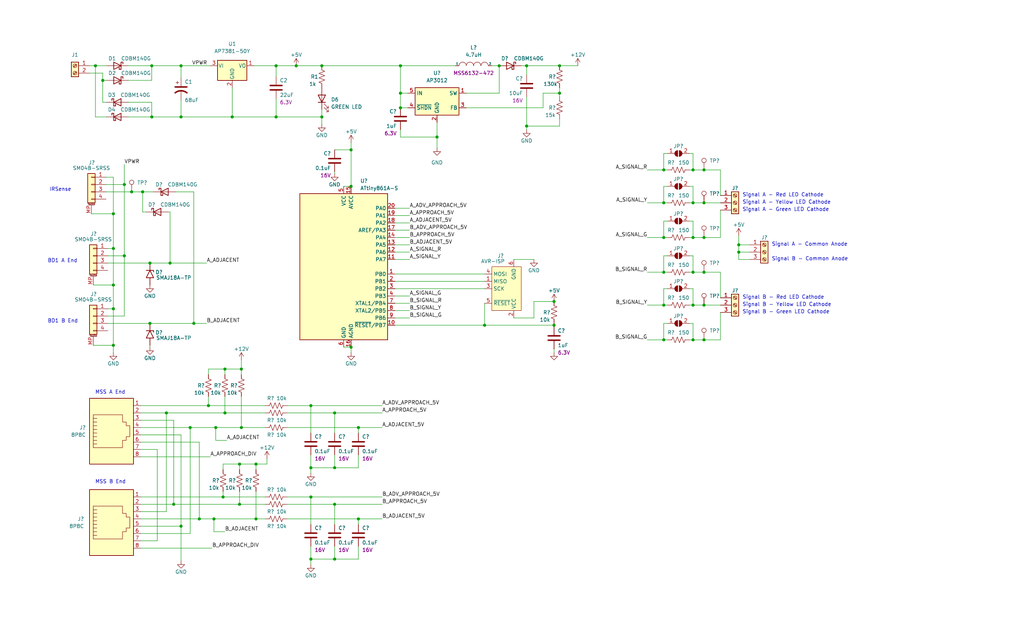
<source format=kicad_sch>
(kicad_sch (version 20211123) (generator eeschema)
  (paper "USLegal")
  (title_block (title "MSS Cascade Basic v1.0") (company "Iowa Scaled Engineering"))
  (lib_symbols
    (symbol "Connector:8P8C" (pin_names (offset 1.016))
      (property "Reference" "J" (at -5.08 13.97 0))
      (property "Value" "8P8C" (at 2.54 13.97 0))
      (symbol "8P8C_1_1"
        (pin passive line (at 10.16 -7.62 180) (length 2.54) (name "~") (number "1"))
        (pin passive line (at 10.16 -5.08 180) (length 2.54) (name "~") (number "2"))
        (pin passive line (at 10.16 -2.54 180) (length 2.54) (name "~") (number "3"))
        (pin passive line (at 10.16 0 180) (length 2.54) (name "~") (number "4"))
        (pin passive line (at 10.16 2.54 180) (length 2.54) (name "~") (number "5"))
        (pin passive line (at 10.16 5.08 180) (length 2.54) (name "~") (number "6"))
        (pin passive line (at 10.16 7.62 180) (length 2.54) (name "~") (number "7"))
        (pin passive line (at 10.16 10.16 180) (length 2.54) (name "~") (number "8"))
      )
    )
    (symbol "Connector:Screw_Terminal_01x02" (pin_names (offset 1.016) hide)
      (property "Reference" "J" (at 0 2.54 0))
      (property "Value" "Screw_Terminal_01x02" (at 0 -5.08 0))
      (symbol "Screw_Terminal_01x02_1_1"
        (pin passive line (at -5.08 0 0) (length 3.81) (name "Pin_1") (number "1"))
        (pin passive line (at -5.08 -2.54 0) (length 3.81) (name "Pin_2") (number "2"))
      )
    )
    (symbol "Connector:Screw_Terminal_01x03" (pin_names (offset 1.016) hide)
      (property "Reference" "J" (at 0 5.08 0))
      (property "Value" "Screw_Terminal_01x03" (at 0 -5.08 0))
      (symbol "Screw_Terminal_01x03_1_1"
        (pin passive line (at -5.08 2.54 0) (length 3.81) (name "Pin_1") (number "1"))
        (pin passive line (at -5.08 0 0) (length 3.81) (name "Pin_2") (number "2"))
        (pin passive line (at -5.08 -2.54 0) (length 3.81) (name "Pin_3") (number "3"))
      )
    )
    (symbol "Connector:TestPoint" (pin_numbers hide) (pin_names (offset 0.762) hide)
      (property "Reference" "TP" (at 0 6.858 0))
      (property "Value" "TestPoint" (at 0 5.08 0))
      (symbol "TestPoint_1_1"
        (pin passive line (at 0 0 90) (length 2.54) (name "1") (number "1"))
      )
    )
    (symbol "Connector_Generic_MountingPin:Conn_01x04_MountingPin" (pin_names (offset 1.016) hide)
      (property "Reference" "J" (at 0 5.08 0))
      (property "Value" "Conn_01x04_MountingPin" (at 1.27 -7.62 0))
      (symbol "Conn_01x04_MountingPin_1_1"
        (text "Mounting" (at 0 -6.731 0) (effects (font (size 0.381 0.381))))
        (pin passive line (at -5.08 2.54 0) (length 3.81) (name "Pin_1") (number "1"))
        (pin passive line (at -5.08 0 0) (length 3.81) (name "Pin_2") (number "2"))
        (pin passive line (at -5.08 -2.54 0) (length 3.81) (name "Pin_3") (number "3"))
        (pin passive line (at -5.08 -5.08 0) (length 3.81) (name "Pin_4") (number "4"))
        (pin passive line (at 0 -10.16 90) (length 3.048) (name "MountPin") (number "MP"))
      )
    )
    (symbol "Device:C" (pin_numbers hide) (pin_names (offset 0.254))
      (property "Reference" "C" (at 0.635 2.54 0))
      (property "Value" "C" (at 0.635 -2.54 0))
      (symbol "C_1_1"
        (pin passive line (at 0 3.81 270) (length 2.794) (name "~") (number "1"))
        (pin passive line (at 0 -3.81 90) (length 2.794) (name "~") (number "2"))
      )
    )
    (symbol "Device:C_Polarized_US" (pin_numbers hide) (pin_names (offset 0.254) hide)
      (property "Reference" "C" (at 0.635 2.54 0))
      (property "Value" "C_Polarized_US" (at 0.635 -2.54 0))
      (symbol "C_Polarized_US_1_1"
        (pin passive line (at 0 3.81 270) (length 2.794) (name "~") (number "1"))
        (pin passive line (at 0 -3.81 90) (length 3.302) (name "~") (number "2"))
      )
    )
    (symbol "Device:D_Schottky" (pin_numbers hide) (pin_names (offset 1.016) hide)
      (property "Reference" "D" (at 0 2.54 0))
      (property "Value" "D_Schottky" (at 0 -2.54 0))
      (symbol "D_Schottky_1_1"
        (pin passive line (at -3.81 0 0) (length 2.54) (name "K") (number "1"))
        (pin passive line (at 3.81 0 180) (length 2.54) (name "A") (number "2"))
      )
    )
    (symbol "Device:LED" (pin_numbers hide) (pin_names (offset 1.016) hide)
      (property "Reference" "D" (at 0 2.54 0))
      (property "Value" "LED" (at 0 -2.54 0))
      (symbol "LED_1_1"
        (pin passive line (at -3.81 0 0) (length 2.54) (name "K") (number "1"))
        (pin passive line (at 3.81 0 180) (length 2.54) (name "A") (number "2"))
      )
    )
    (symbol "Device:R_US" (pin_numbers hide) (pin_names (offset 0))
      (property "Reference" "R" (at 2.54 0 90))
      (property "Value" "R_US" (at -2.54 0 90))
      (symbol "R_US_1_1"
        (pin passive line (at 0 3.81 270) (length 1.27) (name "~") (number "1"))
        (pin passive line (at 0 -3.81 90) (length 1.27) (name "~") (number "2"))
      )
    )
    (symbol "Diode:SM6T75A" (pin_numbers hide) (pin_names (offset 1.016) hide)
      (property "Reference" "D" (at 0 2.54 0))
      (property "Value" "SM6T75A" (at 0 -2.54 0))
      (symbol "SM6T75A_1_1"
        (pin passive line (at -3.81 0 0) (length 2.54) (name "A1") (number "1"))
        (pin passive line (at 3.81 0 180) (length 2.54) (name "A2") (number "2"))
      )
    )
    (symbol "ISE_Generic:Conn_AVR_TagConnect_TC2030" (in_bom no)
      (property "Reference" "J" (at 2.54 11.43 0))
      (property "Value" "Conn_AVR_TagConnect_TC2030" (at 5.08 8.89 0))
      (symbol "Conn_AVR_TagConnect_TC2030_0_0"
        (pin output line (at 7.62 -2.54 180) (length 2.54) (name "MISO") (number "1"))
        (pin power_in line (at -2.54 10.16 270) (length 2.54) (name "VCC") (number "2"))
        (pin input line (at 7.62 0 180) (length 2.54) (name "SCK") (number "3"))
        (pin input line (at 7.62 -5.08 180) (length 2.54) (name "MOSI") (number "4"))
        (pin open_collector line (at 7.62 5.08 180) (length 2.54) (name "~{RESET}") (number "5"))
        (pin power_in line (at -2.54 -10.16 90) (length 2.54) (name "GND") (number "6"))
      )
    )
    (symbol "Jumper:SolderJumper_2_Open" (pin_names (offset 0) hide)
      (property "Reference" "JP" (at 0 2.032 0))
      (property "Value" "SolderJumper_2_Open" (at 0 -2.54 0))
      (symbol "SolderJumper_2_Open_1_1"
        (pin passive line (at -3.81 0 0) (length 2.54) (name "A") (number "1"))
        (pin passive line (at 3.81 0 180) (length 2.54) (name "B") (number "2"))
      )
    )
    (symbol "MCU_Microchip_ATtiny:ATtiny861A-S"
      (property "Reference" "U" (at -15.24 26.67 0))
      (property "Value" "ATtiny861A-S" (at 5.08 -26.67 0))
      (symbol "ATtiny861A-S_1_1"
        (pin bidirectional line (at 17.78 -2.54 180) (length 2.54) (name "PB0") (number "1"))
        (pin bidirectional line (at 17.78 -20.32 180) (length 2.54) (name "~{RESET}/PB7") (number "10"))
        (pin bidirectional line (at 17.78 2.54 180) (length 2.54) (name "PA7") (number "11"))
        (pin bidirectional line (at 17.78 5.08 180) (length 2.54) (name "PA6") (number "12"))
        (pin bidirectional line (at 17.78 7.62 180) (length 2.54) (name "PA5") (number "13"))
        (pin bidirectional line (at 17.78 10.16 180) (length 2.54) (name "PA4") (number "14"))
        (pin power_in line (at 2.54 27.94 270) (length 2.54) (name "AVCC") (number "15"))
        (pin power_in line (at 2.54 -27.94 90) (length 2.54) (name "AGND") (number "16"))
        (pin bidirectional line (at 17.78 12.7 180) (length 2.54) (name "AREF/PA3") (number "17"))
        (pin bidirectional line (at 17.78 15.24 180) (length 2.54) (name "PA2") (number "18"))
        (pin bidirectional line (at 17.78 17.78 180) (length 2.54) (name "PA1") (number "19"))
        (pin bidirectional line (at 17.78 -5.08 180) (length 2.54) (name "PB1") (number "2"))
        (pin bidirectional line (at 17.78 20.32 180) (length 2.54) (name "PA0") (number "20"))
        (pin bidirectional line (at 17.78 -7.62 180) (length 2.54) (name "PB2") (number "3"))
        (pin bidirectional line (at 17.78 -10.16 180) (length 2.54) (name "PB3") (number "4"))
        (pin power_in line (at 0 27.94 270) (length 2.54) (name "VCC") (number "5"))
        (pin power_in line (at 0 -27.94 90) (length 2.54) (name "GND") (number "6"))
        (pin bidirectional line (at 17.78 -12.7 180) (length 2.54) (name "XTAL1/PB4") (number "7"))
        (pin bidirectional line (at 17.78 -15.24 180) (length 2.54) (name "XTAL2/PB5") (number "8"))
        (pin bidirectional line (at 17.78 -17.78 180) (length 2.54) (name "PB6") (number "9"))
      )
    )
    (symbol "Mechanical:MountingHole_Pad" (pin_numbers hide) (pin_names (offset 1.016) hide)
      (property "Reference" "H" (at 0 6.35 0))
      (property "Value" "MountingHole_Pad" (at 0 4.445 0))
      (symbol "MountingHole_Pad_1_1"
        (pin input line (at 0 -2.54 90) (length 2.54) (name "1") (number "1"))
      )
    )
    (symbol "Regulator_Linear:AP7384-33Y" (pin_names (offset 0.254))
      (property "Reference" "U" (at -3.81 3.175 0))
      (property "Value" "AP7384-33Y" (at 0 3.175 0))
      (symbol "AP7384-33Y_1_1"
        (pin power_out line (at 7.62 0 180) (length 2.54) (name "VO") (number "1"))
        (pin power_in line (at 0 -7.62 90) (length 2.54) (name "GND") (number "2"))
        (pin power_in line (at -7.62 0 0) (length 2.54) (name "VI") (number "3"))
      )
    )
    (symbol "Regulator_Switching:AP3012"
      (property "Reference" "U" (at -7.62 5.715 0))
      (property "Value" "AP3012" (at 0 5.715 0))
      (symbol "AP3012_1_1"
        (pin passive line (at 10.16 2.54 180) (length 2.54) (name "SW") (number "1"))
        (pin power_in line (at 0 -7.62 90) (length 2.54) (name "GND") (number "2"))
        (pin input line (at 10.16 -2.54 180) (length 2.54) (name "FB") (number "3"))
        (pin input line (at -10.16 -2.54 0) (length 2.54) (name "~{SHDN}") (number "4"))
        (pin power_in line (at -10.16 2.54 0) (length 2.54) (name "IN") (number "5"))
      )
    )
    (symbol "power:+12V" (power) (pin_names (offset 0))
      (property "Value" "+12V" (at 0 3.556 0))
      (symbol "+12V_1_1"
        (pin power_in line (at 0 0 90) (length 0) hide (name "+12V") (number "1"))
      )
    )
    (symbol "power:+5V" (power) (pin_names (offset 0))
      (property "Value" "+5V" (at 0 3.556 0))
      (symbol "+5V_1_1"
        (pin power_in line (at 0 0 90) (length 0) hide (name "+5V") (number "1"))
      )
    )
    (symbol "power:GND" (power) (pin_names (offset 0))
      (property "Value" "GND" (at 0 -3.81 0))
      (symbol "GND_1_1"
        (pin power_in line (at 0 0 270) (length 0) hide (name "GND") (number "1"))
      )
    )
    (symbol "pspice:INDUCTOR" (pin_numbers hide) (pin_names (offset 0))
      (property "Reference" "L" (at 0 2.54 0))
      (property "Value" "INDUCTOR" (at 0 -1.27 0))
      (symbol "INDUCTOR_1_1"
        (pin input line (at -6.35 0 0) (length 1.27) (name "1") (number "1"))
        (pin input line (at 6.35 0 180) (length 1.27) (name "2") (number "2"))
      )
    )
  )
  (junction (at 192.405 104.775))
  (junction (at 52.07 112.395))
  (junction (at 244.475 94.615))
  (junction (at 62.865 182.88))
  (junction (at 121.92 52.07))
  (junction (at 66.04 148.59))
  (junction (at 57.785 143.51))
  (junction (at 116.205 194.31))
  (junction (at 59.055 91.44))
  (junction (at 107.95 194.31))
  (junction (at 256.54 85.09))
  (junction (at 240.665 82.55))
  (junction (at 124.46 148.59))
  (junction (at 107.95 162.56))
  (junction (at 52.705 22.86))
  (junction (at 45.72 66.675))
  (junction (at 62.865 22.86))
  (junction (at 230.505 106.045))
  (junction (at 121.92 64.77))
  (junction (at 244.475 70.485))
  (junction (at 240.665 59.055))
  (junction (at 35.687 27.94))
  (junction (at 168.275 113.03))
  (junction (at 116.205 175.26))
  (junction (at 78.105 143.51))
  (junction (at 52.705 40.64))
  (junction (at 33.147 22.86))
  (junction (at 69.215 180.34))
  (junction (at 256.54 87.63))
  (junction (at 194.31 32.385))
  (junction (at 88.9 161.29))
  (junction (at 83.185 175.26))
  (junction (at 124.46 180.34))
  (junction (at 192.405 113.03))
  (junction (at 244.475 82.55))
  (junction (at 139.065 32.385))
  (junction (at 80.645 40.64))
  (junction (at 72.39 140.97))
  (junction (at 121.92 120.65))
  (junction (at 67.31 112.395))
  (junction (at 244.475 106.045))
  (junction (at 39.37 120.015))
  (junction (at 240.665 106.045))
  (junction (at 182.88 43.815))
  (junction (at 240.665 70.485))
  (junction (at 116.205 162.56))
  (junction (at 230.505 118.11))
  (junction (at 39.37 86.36))
  (junction (at 74.295 180.34))
  (junction (at 60.325 175.26))
  (junction (at 230.505 59.055))
  (junction (at 62.865 40.64))
  (junction (at 182.88 22.86))
  (junction (at 230.505 94.615))
  (junction (at 52.07 91.44))
  (junction (at 39.37 99.06))
  (junction (at 230.505 82.55))
  (junction (at 77.47 172.72))
  (junction (at 43.18 88.9))
  (junction (at 111.76 22.86))
  (junction (at 194.31 22.86))
  (junction (at 116.205 143.51))
  (junction (at 39.37 107.315))
  (junction (at 107.95 140.97))
  (junction (at 151.765 47.625))
  (junction (at 43.18 64.135))
  (junction (at 240.665 94.615))
  (junction (at 39.37 74.295))
  (junction (at 95.885 40.64))
  (junction (at 83.82 128.27))
  (junction (at 83.185 161.29))
  (junction (at 139.065 37.465))
  (junction (at 244.475 118.11))
  (junction (at 244.475 59.055))
  (junction (at 49.53 66.675))
  (junction (at 95.885 22.86))
  (junction (at 83.82 148.59))
  (junction (at 78.105 128.27))
  (junction (at 111.76 40.64))
  (junction (at 88.9 180.34))
  (junction (at 107.95 172.72))
  (junction (at 139.065 22.86))
  (junction (at 240.665 118.11))
  (junction (at 230.505 70.485))
  (junction (at 173.355 22.86))
  (junction (at 74.93 148.59))
  (junction (at 102.87 22.86))
  (wire (pts (xy 49.53 73.66) (xy 49.53 66.675)))
  (wire (pts (xy 240.665 100.33) (xy 240.665 106.045)))
  (wire (pts (xy 107.95 196.215) (xy 107.95 194.31)))
  (wire (pts (xy 88.265 22.86) (xy 95.885 22.86)))
  (wire (pts (xy 32.385 120.015) (xy 39.37 120.015)))
  (wire (pts (xy 83.82 128.27) (xy 83.82 130.175)))
  (wire (pts (xy 39.37 86.36) (xy 39.37 99.06)))
  (wire (pts (xy 185.42 104.775) (xy 192.405 104.775)))
  (wire (pts (xy 99.695 175.26) (xy 116.205 175.26)))
  (wire (pts (xy 137.16 82.55) (xy 142.24 82.55)))
  (wire (pts (xy 244.475 82.55) (xy 250.19 82.55)))
  (wire (pts (xy 139.065 22.86) (xy 139.065 32.385)))
  (wire (pts (xy 240.665 82.55) (xy 244.475 82.55)))
  (wire (pts (xy 80.645 40.64) (xy 95.885 40.64)))
  (wire (pts (xy 74.93 148.59) (xy 74.93 153.035)))
  (wire (pts (xy 52.07 91.44) (xy 59.055 91.44)))
  (wire (pts (xy 151.765 51.435) (xy 151.765 47.625)))
  (wire (pts (xy 77.47 161.29) (xy 77.47 163.195)))
  (wire (pts (xy 230.505 59.055) (xy 231.775 59.055)))
  (wire (pts (xy 66.04 185.42) (xy 66.04 148.59)))
  (wire (pts (xy 62.865 22.86) (xy 62.865 27.178)))
  (wire (pts (xy 83.82 137.795) (xy 83.82 148.59)))
  (wire (pts (xy 116.205 175.26) (xy 116.205 182.245)))
  (wire (pts (xy 230.505 53.34) (xy 230.505 59.055)))
  (wire (pts (xy 31.75 74.295) (xy 39.37 74.295)))
  (wire (pts (xy 137.16 110.49) (xy 142.24 110.49)))
  (wire (pts (xy 99.695 148.59) (xy 124.46 148.59)))
  (wire (pts (xy 35.687 35.56) (xy 35.687 27.94)))
  (wire (pts (xy 239.395 82.55) (xy 240.665 82.55)))
  (wire (pts (xy 62.865 182.88) (xy 48.895 182.88)))
  (wire (pts (xy 137.16 95.25) (xy 168.275 95.25)))
  (wire (pts (xy 121.92 122.555) (xy 121.92 120.65)))
  (wire (pts (xy 185.42 104.775) (xy 185.42 110.49)))
  (wire (pts (xy 107.95 172.72) (xy 132.715 172.72)))
  (wire (pts (xy 240.665 94.615) (xy 244.475 94.615)))
  (wire (pts (xy 32.385 99.06) (xy 39.37 99.06)))
  (wire (pts (xy 80.645 30.48) (xy 80.645 40.64)))
  (wire (pts (xy 124.46 194.31) (xy 124.46 189.865)))
  (wire (pts (xy 39.37 61.595) (xy 39.37 74.295)))
  (wire (pts (xy 48.895 140.97) (xy 72.39 140.97)))
  (wire (pts (xy 102.87 22.86) (xy 111.76 22.86)))
  (wire (pts (xy 50.8 73.66) (xy 49.53 73.66)))
  (wire (pts (xy 107.95 164.465) (xy 107.95 162.56)))
  (wire (pts (xy 240.665 76.835) (xy 240.665 82.55)))
  (wire (pts (xy 137.16 113.03) (xy 168.275 113.03)))
  (wire (pts (xy 74.93 148.59) (xy 83.82 148.59)))
  (wire (pts (xy 137.16 74.93) (xy 142.24 74.93)))
  (wire (pts (xy 62.865 151.13) (xy 62.865 182.88)))
  (wire (pts (xy 48.895 151.13) (xy 62.865 151.13)))
  (wire (pts (xy 256.54 85.09) (xy 256.54 87.63)))
  (wire (pts (xy 39.37 107.315) (xy 39.37 120.015)))
  (wire (pts (xy 39.37 61.595) (xy 36.83 61.595)))
  (wire (pts (xy 240.665 118.11) (xy 244.475 118.11)))
  (wire (pts (xy 35.687 25.4) (xy 31.115 25.4)))
  (wire (pts (xy 239.395 76.835) (xy 240.665 76.835)))
  (wire (pts (xy 161.925 37.465) (xy 188.595 37.465)))
  (wire (pts (xy 116.205 189.865) (xy 116.205 194.31)))
  (wire (pts (xy 99.695 180.34) (xy 124.46 180.34)))
  (wire (pts (xy 31.115 22.86) (xy 33.147 22.86)))
  (wire (pts (xy 137.16 72.39) (xy 142.24 72.39)))
  (wire (pts (xy 37.465 112.395) (xy 52.07 112.395)))
  (wire (pts (xy 33.147 40.64) (xy 33.147 22.86)))
  (wire (pts (xy 52.705 22.86) (xy 62.865 22.86)))
  (wire (pts (xy 231.775 100.33) (xy 230.505 100.33)))
  (wire (pts (xy 224.79 118.11) (xy 230.505 118.11)))
  (wire (pts (xy 107.95 158.115) (xy 107.95 162.56)))
  (wire (pts (xy 230.505 82.55) (xy 231.775 82.55)))
  (wire (pts (xy 240.665 88.9) (xy 240.665 94.615)))
  (wire (pts (xy 43.18 88.9) (xy 43.18 64.135)))
  (wire (pts (xy 139.065 22.86) (xy 158.115 22.86)))
  (wire (pts (xy 74.295 180.34) (xy 88.9 180.34)))
  (wire (pts (xy 192.405 113.03) (xy 192.405 113.665)))
  (wire (pts (xy 44.577 40.64) (xy 52.705 40.64)))
  (wire (pts (xy 39.37 74.295) (xy 39.37 86.36)))
  (wire (pts (xy 137.16 85.09) (xy 142.24 85.09)))
  (wire (pts (xy 250.19 118.11) (xy 250.19 108.585)))
  (wire (pts (xy 48.895 148.59) (xy 66.04 148.59)))
  (wire (pts (xy 240.665 64.77) (xy 240.665 70.485)))
  (wire (pts (xy 239.395 59.055) (xy 240.665 59.055)))
  (wire (pts (xy 244.475 94.615) (xy 250.19 94.615)))
  (wire (pts (xy 256.54 87.63) (xy 260.35 87.63)))
  (wire (pts (xy 239.395 70.485) (xy 240.665 70.485)))
  (wire (pts (xy 240.665 53.34) (xy 240.665 59.055)))
  (wire (pts (xy 99.695 140.97) (xy 107.95 140.97)))
  (wire (pts (xy 60.96 66.675) (xy 67.31 66.675)))
  (wire (pts (xy 88.9 180.34) (xy 92.075 180.34)))
  (wire (pts (xy 39.37 99.06) (xy 39.37 107.315)))
  (wire (pts (xy 182.88 43.815) (xy 182.88 33.655)))
  (wire (pts (xy 173.355 32.385) (xy 173.355 22.86)))
  (wire (pts (xy 194.31 22.86) (xy 200.66 22.86)))
  (wire (pts (xy 121.92 52.07) (xy 116.205 52.07)))
  (wire (pts (xy 72.39 128.27) (xy 78.105 128.27)))
  (wire (pts (xy 244.475 70.485) (xy 250.19 70.485)))
  (wire (pts (xy 250.19 94.615) (xy 250.19 103.505)))
  (wire (pts (xy 88.9 161.29) (xy 88.9 163.195)))
  (wire (pts (xy 239.395 112.395) (xy 240.665 112.395)))
  (wire (pts (xy 116.205 194.31) (xy 124.46 194.31)))
  (wire (pts (xy 72.39 137.795) (xy 72.39 140.97)))
  (wire (pts (xy 137.16 107.95) (xy 142.24 107.95)))
  (wire (pts (xy 37.465 91.44) (xy 52.07 91.44)))
  (wire (pts (xy 111.76 40.64) (xy 111.76 38.1)))
  (wire (pts (xy 62.865 22.86) (xy 73.025 22.86)))
  (wire (pts (xy 194.31 32.385) (xy 194.31 33.655)))
  (wire (pts (xy 95.885 22.86) (xy 95.885 26.67)))
  (wire (pts (xy 107.95 172.72) (xy 107.95 182.245)))
  (wire (pts (xy 231.775 88.9) (xy 230.505 88.9)))
  (wire (pts (xy 77.47 172.72) (xy 92.075 172.72)))
  (wire (pts (xy 231.775 76.835) (xy 230.505 76.835)))
  (wire (pts (xy 111.76 22.86) (xy 139.065 22.86)))
  (wire (pts (xy 62.865 194.945) (xy 62.865 182.88)))
  (wire (pts (xy 239.395 118.11) (xy 240.665 118.11)))
  (wire (pts (xy 78.105 128.27) (xy 78.105 130.175)))
  (wire (pts (xy 48.895 175.26) (xy 60.325 175.26)))
  (wire (pts (xy 116.205 175.26) (xy 132.715 175.26)))
  (wire (pts (xy 194.31 41.275) (xy 194.31 43.815)))
  (wire (pts (xy 244.475 106.045) (xy 250.19 106.045)))
  (wire (pts (xy 137.16 105.41) (xy 142.24 105.41)))
  (wire (pts (xy 111.76 40.64) (xy 111.76 43.18)))
  (wire (pts (xy 44.577 22.86) (xy 52.705 22.86)))
  (wire (pts (xy 52.705 35.56) (xy 52.705 40.64)))
  (wire (pts (xy 52.705 40.64) (xy 62.865 40.64)))
  (wire (pts (xy 239.395 106.045) (xy 240.665 106.045)))
  (wire (pts (xy 182.88 26.035) (xy 182.88 22.86)))
  (wire (pts (xy 48.895 185.42) (xy 66.04 185.42)))
  (wire (pts (xy 43.18 64.135) (xy 36.83 64.135)))
  (wire (pts (xy 240.665 59.055) (xy 244.475 59.055)))
  (wire (pts (xy 52.07 112.395) (xy 67.31 112.395)))
  (wire (pts (xy 36.957 35.56) (xy 35.687 35.56)))
  (wire (pts (xy 48.895 146.05) (xy 60.325 146.05)))
  (wire (pts (xy 36.83 66.675) (xy 45.72 66.675)))
  (wire (pts (xy 137.16 102.87) (xy 142.24 102.87)))
  (wire (pts (xy 121.92 52.07) (xy 121.92 64.77)))
  (wire (pts (xy 240.665 112.395) (xy 240.665 118.11)))
  (wire (pts (xy 60.325 146.05) (xy 60.325 175.26)))
  (wire (pts (xy 137.16 80.01) (xy 142.24 80.01)))
  (wire (pts (xy 244.475 118.11) (xy 250.19 118.11)))
  (wire (pts (xy 256.54 85.09) (xy 260.35 85.09)))
  (wire (pts (xy 188.595 32.385) (xy 194.31 32.385)))
  (wire (pts (xy 83.82 125.095) (xy 83.82 128.27)))
  (wire (pts (xy 240.665 70.485) (xy 244.475 70.485)))
  (wire (pts (xy 230.505 88.9) (xy 230.505 94.615)))
  (wire (pts (xy 107.95 140.97) (xy 132.715 140.97)))
  (wire (pts (xy 48.895 143.51) (xy 57.785 143.51)))
  (wire (pts (xy 52.07 120.015) (xy 52.07 120.65)))
  (wire (pts (xy 92.71 161.29) (xy 88.9 161.29)))
  (wire (pts (xy 83.185 170.815) (xy 83.185 175.26)))
  (wire (pts (xy 57.785 143.51) (xy 78.105 143.51)))
  (wire (pts (xy 99.695 172.72) (xy 107.95 172.72)))
  (wire (pts (xy 78.105 137.795) (xy 78.105 143.51)))
  (wire (pts (xy 139.065 37.465) (xy 141.605 37.465)))
  (wire (pts (xy 250.19 82.55) (xy 250.19 73.025)))
  (wire (pts (xy 95.885 40.64) (xy 111.76 40.64)))
  (wire (pts (xy 88.9 170.815) (xy 88.9 180.34)))
  (wire (pts (xy 224.79 82.55) (xy 230.505 82.55)))
  (wire (pts (xy 72.39 140.97) (xy 92.075 140.97)))
  (wire (pts (xy 178.435 90.17) (xy 185.42 90.17)))
  (wire (pts (xy 231.775 64.77) (xy 230.505 64.77)))
  (wire (pts (xy 168.275 113.03) (xy 192.405 113.03)))
  (wire (pts (xy 74.93 153.035) (xy 78.74 153.035)))
  (wire (pts (xy 37.465 107.315) (xy 39.37 107.315)))
  (wire (pts (xy 37.465 109.855) (xy 43.18 109.855)))
  (wire (pts (xy 182.88 45.085) (xy 182.88 43.815)))
  (wire (pts (xy 49.53 66.675) (xy 53.34 66.675)))
  (wire (pts (xy 67.31 66.675) (xy 67.31 112.395)))
  (wire (pts (xy 230.505 76.835) (xy 230.505 82.55)))
  (wire (pts (xy 239.395 64.77) (xy 240.665 64.77)))
  (wire (pts (xy 250.19 59.055) (xy 250.19 67.945)))
  (wire (pts (xy 194.31 30.48) (xy 194.31 32.385)))
  (wire (pts (xy 161.925 32.385) (xy 173.355 32.385)))
  (wire (pts (xy 119.38 64.77) (xy 121.92 64.77)))
  (wire (pts (xy 69.215 180.34) (xy 74.295 180.34)))
  (wire (pts (xy 54.61 187.96) (xy 48.895 187.96)))
  (wire (pts (xy 99.695 143.51) (xy 116.205 143.51)))
  (wire (pts (xy 107.95 162.56) (xy 116.205 162.56)))
  (wire (pts (xy 116.205 143.51) (xy 132.715 143.51)))
  (wire (pts (xy 137.16 90.17) (xy 142.24 90.17)))
  (wire (pts (xy 139.065 47.625) (xy 151.765 47.625)))
  (wire (pts (xy 224.79 70.485) (xy 230.505 70.485)))
  (wire (pts (xy 78.105 128.27) (xy 83.82 128.27)))
  (wire (pts (xy 39.37 120.015) (xy 39.37 122.555)))
  (wire (pts (xy 124.46 148.59) (xy 124.46 150.495)))
  (wire (pts (xy 107.95 140.97) (xy 107.95 150.495)))
  (wire (pts (xy 137.16 87.63) (xy 142.24 87.63)))
  (wire (pts (xy 43.18 109.855) (xy 43.18 88.9)))
  (wire (pts (xy 59.055 73.66) (xy 59.055 91.44)))
  (wire (pts (xy 59.055 91.44) (xy 71.755 91.44)))
  (wire (pts (xy 92.71 159.385) (xy 92.71 161.29)))
  (wire (pts (xy 35.687 27.94) (xy 35.687 25.4)))
  (wire (pts (xy 230.505 100.33) (xy 230.505 106.045)))
  (wire (pts (xy 224.79 94.615) (xy 230.505 94.615)))
  (wire (pts (xy 244.475 59.055) (xy 250.19 59.055)))
  (wire (pts (xy 137.16 100.33) (xy 168.275 100.33)))
  (wire (pts (xy 137.16 77.47) (xy 142.24 77.47)))
  (wire (pts (xy 116.205 59.69) (xy 116.205 60.325)))
  (wire (pts (xy 137.16 97.79) (xy 168.275 97.79)))
  (wire (pts (xy 121.92 49.53) (xy 121.92 52.07)))
  (wire (pts (xy 173.355 22.86) (xy 170.815 22.86)))
  (wire (pts (xy 185.42 110.49) (xy 178.435 110.49)))
  (wire (pts (xy 83.185 175.26) (xy 92.075 175.26)))
  (wire (pts (xy 77.47 170.815) (xy 77.47 172.72)))
  (wire (pts (xy 62.865 34.798) (xy 62.865 40.64)))
  (wire (pts (xy 231.775 53.34) (xy 230.505 53.34)))
  (wire (pts (xy 72.39 128.27) (xy 72.39 130.175)))
  (wire (pts (xy 124.46 148.59) (xy 132.715 148.59)))
  (wire (pts (xy 95.885 22.86) (xy 102.87 22.86)))
  (wire (pts (xy 58.42 73.66) (xy 59.055 73.66)))
  (wire (pts (xy 231.775 112.395) (xy 230.505 112.395)))
  (wire (pts (xy 194.31 43.815) (xy 182.88 43.815)))
  (wire (pts (xy 45.72 66.675) (xy 49.53 66.675)))
  (wire (pts (xy 192.405 112.395) (xy 192.405 113.03)))
  (wire (pts (xy 239.395 88.9) (xy 240.665 88.9)))
  (wire (pts (xy 224.79 106.045) (xy 230.505 106.045)))
  (wire (pts (xy 230.505 112.395) (xy 230.505 118.11)))
  (wire (pts (xy 139.065 32.385) (xy 141.605 32.385)))
  (wire (pts (xy 74.295 184.785) (xy 78.105 184.785)))
  (wire (pts (xy 119.38 120.65) (xy 121.92 120.65)))
  (wire (pts (xy 62.865 40.64) (xy 80.645 40.64)))
  (wire (pts (xy 83.185 161.29) (xy 83.185 163.195)))
  (wire (pts (xy 256.54 81.915) (xy 256.54 85.09)))
  (wire (pts (xy 77.47 161.29) (xy 83.185 161.29)))
  (wire (pts (xy 230.505 64.77) (xy 230.505 70.485)))
  (wire (pts (xy 239.395 94.615) (xy 240.665 94.615)))
  (wire (pts (xy 48.895 172.72) (xy 77.47 172.72)))
  (wire (pts (xy 116.205 162.56) (xy 124.46 162.56)))
  (wire (pts (xy 74.295 180.34) (xy 74.295 184.785)))
  (wire (pts (xy 83.82 148.59) (xy 92.075 148.59)))
  (wire (pts (xy 182.88 22.86) (xy 194.31 22.86)))
  (wire (pts (xy 44.577 27.94) (xy 52.705 27.94)))
  (wire (pts (xy 230.505 106.045) (xy 231.775 106.045)))
  (wire (pts (xy 37.465 88.9) (xy 43.18 88.9)))
  (wire (pts (xy 66.04 148.59) (xy 74.93 148.59)))
  (wire (pts (xy 48.895 153.67) (xy 69.215 153.67)))
  (wire (pts (xy 48.895 180.34) (xy 69.215 180.34)))
  (wire (pts (xy 36.957 27.94) (xy 35.687 27.94)))
  (wire (pts (xy 230.505 94.615) (xy 231.775 94.615)))
  (wire (pts (xy 107.95 194.31) (xy 116.205 194.31)))
  (wire (pts (xy 60.325 175.26) (xy 83.185 175.26)))
  (wire (pts (xy 239.395 53.34) (xy 240.665 53.34)))
  (wire (pts (xy 192.405 122.555) (xy 192.405 121.285)))
  (wire (pts (xy 116.205 143.51) (xy 116.205 150.495)))
  (wire (pts (xy 44.577 35.56) (xy 52.705 35.56)))
  (wire (pts (xy 256.54 87.63) (xy 256.54 90.17)))
  (wire (pts (xy 33.147 22.86) (xy 36.957 22.86)))
  (wire (pts (xy 33.147 40.64) (xy 36.957 40.64)))
  (wire (pts (xy 230.505 118.11) (xy 231.775 118.11)))
  (wire (pts (xy 83.185 161.29) (xy 88.9 161.29)))
  (wire (pts (xy 180.975 22.86) (xy 182.88 22.86)))
  (wire (pts (xy 188.595 37.465) (xy 188.595 32.385)))
  (wire (pts (xy 256.54 90.17) (xy 260.35 90.17)))
  (wire (pts (xy 95.885 34.29) (xy 95.885 40.64)))
  (wire (pts (xy 139.065 45.085) (xy 139.065 47.625)))
  (wire (pts (xy 67.31 112.395) (xy 71.755 112.395)))
  (wire (pts (xy 116.205 158.115) (xy 116.205 162.56)))
  (wire (pts (xy 43.18 57.15) (xy 43.18 64.135)))
  (wire (pts (xy 224.79 59.055) (xy 230.505 59.055)))
  (wire (pts (xy 151.765 47.625) (xy 151.765 42.545)))
  (wire (pts (xy 48.895 158.75) (xy 73.025 158.75)))
  (wire (pts (xy 52.705 27.94) (xy 52.705 22.86)))
  (wire (pts (xy 78.105 143.51) (xy 92.075 143.51)))
  (wire (pts (xy 107.95 189.865) (xy 107.95 194.31)))
  (wire (pts (xy 124.46 162.56) (xy 124.46 158.115)))
  (wire (pts (xy 240.665 106.045) (xy 244.475 106.045)))
  (wire (pts (xy 124.46 180.34) (xy 132.715 180.34)))
  (wire (pts (xy 37.465 86.36) (xy 39.37 86.36)))
  (wire (pts (xy 48.895 156.21) (xy 54.61 156.21)))
  (wire (pts (xy 48.895 177.8) (xy 57.785 177.8)))
  (wire (pts (xy 168.275 113.03) (xy 168.275 105.41)))
  (wire (pts (xy 124.46 180.34) (xy 124.46 182.245)))
  (wire (pts (xy 57.785 143.51) (xy 57.785 177.8)))
  (wire (pts (xy 48.895 190.5) (xy 73.66 190.5)))
  (wire (pts (xy 230.505 70.485) (xy 231.775 70.485)))
  (wire (pts (xy 54.61 156.21) (xy 54.61 187.96)))
  (wire (pts (xy 139.065 37.465) (xy 139.065 32.385)))
  (wire (pts (xy 69.215 153.67) (xy 69.215 180.34)))
  (wire (pts (xy 239.395 100.33) (xy 240.665 100.33)))
  (text "IRSense" (at 17.145 66.675 0) (effects (font (size 1.27 1.27)) (justify left bottom)))
  (text "Signal A - Yellow LED Cathode" (at 257.81 71.12 0) (effects (font (size 1.27 1.27)) (justify left bottom)))
  (text "Signal A - Red LED Cathode" (at 257.81 68.58 0) (effects (font (size 1.27 1.27)) (justify left bottom)))
  (text "Signal A - Common Anode" (at 267.97 85.725 0) (effects (font (size 1.27 1.27)) (justify left bottom)))
  (text "Signal B - Red LED Cathode" (at 257.81 104.14 0) (effects (font (size 1.27 1.27)) (justify left bottom)))
  (text "Signal B - Green LED Cathode" (at 257.81 109.22 0) (effects (font (size 1.27 1.27)) (justify left bottom)))
  (text "MSS B End" (at 33.02 168.275 0) (effects (font (size 1.27 1.27)) (justify left bottom)))
  (text "Signal B - Common Anode" (at 267.97 90.805 0) (effects (font (size 1.27 1.27)) (justify left bottom)))
  (text "Signal B - Yellow LED Cathode" (at 257.81 106.68 0) (effects (font (size 1.27 1.27)) (justify left bottom)))
  (text "BD1 A End" (at 16.51 91.44 0) (effects (font (size 1.27 1.27)) (justify left bottom)))
  (text "BD1 B End" (at 16.51 112.395 0) (effects (font (size 1.27 1.27)) (justify left bottom)))
  (text "Signal A - Green LED Cathode" (at 257.81 73.66 0) (effects (font (size 1.27 1.27)) (justify left bottom)))
  (text "MSS A End" (at 33.02 137.16 0) (effects (font (size 1.27 1.27)) (justify left bottom)))
  (label "A_ADV_APPROACH_5V" (at 132.715 140.97 0))
  (label "A_APPROACH_5V" (at 132.715 143.51 0))
  (label "A_SIGNAL_R" (at 142.24 87.63 0))
  (label "B_APPROACH_DIV" (at 73.66 190.5 0))
  (label "A_ADV_APPROACH_5V" (at 142.24 72.39 0))
  (label "VPWR" (at 66.675 22.86 0))
  (label "B_SIGNAL_Y" (at 224.79 106.045 180))
  (label "A_ADJACENT" (at 78.74 153.035 0))
  (label "A_SIGNAL_R" (at 224.79 59.055 180))
  (label "A_SIGNAL_Y" (at 142.24 90.17 0))
  (label "B_SIGNAL_G" (at 224.79 118.11 180))
  (label "B_APPROACH_5V" (at 142.24 82.55 0))
  (label "B_ADJACENT" (at 71.755 112.395 0))
  (label "A_APPROACH_DIV" (at 73.025 158.75 0))
  (label "A_ADJACENT_5V" (at 142.24 77.47 0))
  (label "B_SIGNAL_R" (at 142.24 105.41 0))
  (label "A_APPROACH_5V" (at 142.24 74.93 0))
  (label "B_APPROACH_5V" (at 132.715 175.26 0))
  (label "B_ADV_APPROACH_5V" (at 132.715 172.72 0))
  (label "B_SIGNAL_G" (at 142.24 110.49 0))
  (label "B_ADV_APPROACH_5V" (at 142.24 80.01 0))
  (label "B_ADJACENT" (at 78.105 184.785 0))
  (label "VPWR" (at 43.18 57.15 0))
  (label "B_SIGNAL_R" (at 224.79 94.615 180))
  (label "B_SIGNAL_Y" (at 142.24 107.95 0))
  (label "B_ADJACENT_5V" (at 132.715 180.34 0))
  (label "A_ADJACENT_5V" (at 132.715 148.59 0))
  (label "A_SIGNAL_Y" (at 224.79 70.485 180))
  (label "A_SIGNAL_G" (at 142.24 102.87 0))
  (label "A_ADJACENT" (at 71.755 91.44 0))
  (label "A_SIGNAL_G" (at 224.79 82.55 180))
  (label "B_ADJACENT_5V" (at 142.24 85.09 0))
  (symbol (lib_id "power:+12V") (at 92.71 159.385 0) (unit 1)
    (property "Reference" "#PWR?" (effects hide))
    (property "Value" "+12V" (at 92.71 155.575 0))
  )
  (symbol (lib_id "power:+5V") (at 192.405 104.775 0) (unit 1)
    (property "Reference" "#PWR?" (effects hide))
    (property "Value" "+5V" (at 192.405 100.965 0))
  )
  (symbol (lib_id "Connector_Generic_MountingPin:Conn_01x04_MountingPin") (at 31.75 64.135 0) (mirror y) (unit 1)
    (property "Reference" "J?" (at 33.02 56.515 0) (effects (justify left)))
    (property "Value" "SM04B-SRSS" (at 31.75 58.42 0))
    (property "Footprint" "Connector_JST:JST_SH_SM04B-SRSS-TB_1x04-1MP_P1.00mm_Horizontal" (effects hide))
  )
  (symbol (lib_id "power:+5V") (at 256.54 81.915 0) (unit 1)
    (property "Reference" "#PWR?" (effects hide))
    (property "Value" "+5V" (at 256.54 78.105 0))
  )
  (symbol (lib_id "Device:D_Schottky") (at 40.767 40.64 0) (unit 1)
    (property "Reference" "D4" (at 40.132 38.1 0) (effects (justify right)))
    (property "Value" "CDBM140G" (at 52.197 38.1 0) (effects (justify right)))
    (property "Footprint" "Diode_SMD:D_SOD-123" (effects hide))
  )
  (symbol (lib_id "power:GND") (at 192.405 122.555 0) (unit 1)
    (property "Reference" "#PWR?" (effects hide))
    (property "Value" "GND" (effects hide))
  )
  (symbol (lib_id "power:GND") (at 52.07 120.65 0) (unit 1)
    (property "Reference" "#PWR?" (effects hide))
    (property "Value" "GND" (at 52.07 124.46 0))
  )
  (symbol (lib_id "Device:R_US") (at 95.885 175.26 270) (unit 1)
    (property "Reference" "R?" (at 93.98 177.8 90))
    (property "Value" "10k" (at 97.79 177.8 90))
    (property "Footprint" "Resistor_SMD:R_0805_2012Metric" (effects hide))
  )
  (symbol (lib_id "Device:LED") (at 111.76 34.29 90) (unit 1)
    (property "Reference" "D6" (at 114.935 34.6074 90) (effects (justify right)))
    (property "Value" "GREEN LED" (at 114.935 37.1474 90) (effects (justify right)))
    (property "Footprint" "LED_SMD:LED_0805_2012Metric" (effects hide))
  )
  (symbol (lib_id "power:GND") (at 107.95 164.465 0) (unit 1)
    (property "Reference" "#PWR?" (effects hide))
    (property "Value" "GND" (at 107.95 168.275 0))
  )
  (symbol (lib_id "Diode:SM6T75A") (at 52.07 95.25 270) (unit 1)
    (property "Reference" "D?" (at 55.245 94.615 90))
    (property "Value" "SMAJ18A-TP" (at 60.325 96.52 90))
    (property "Footprint" "Diode_SMD:D_SMA" (effects hide))
    (property "Datasheet" "https://www.st.com/resource/en/datasheet/sm6t.pdf" (effects hide))
  )
  (symbol (lib_id "Device:D_Schottky") (at 40.767 27.94 0) (mirror y) (unit 1)
    (property "Reference" "D2" (at 37.592 25.4 0) (effects (justify right)))
    (property "Value" "CDBM140G" (at 42.037 25.4 0) (effects (justify right)))
    (property "Footprint" "Diode_SMD:D_SOD-123" (effects hide))
  )
  (symbol (lib_id "Device:R_US") (at 235.585 106.045 90) (unit 1)
    (property "Reference" "R?" (at 233.045 103.505 90))
    (property "Value" "150" (at 237.49 103.505 90))
    (property "Footprint" "Resistor_SMD:R_0805_2012Metric" (effects hide))
  )
  (symbol (lib_id "Device:D_Schottky") (at 40.767 35.56 0) (unit 1)
    (property "Reference" "D3" (at 40.132 33.02 0) (effects (justify right)))
    (property "Value" "CDBM140G" (at 52.197 33.02 0) (effects (justify right)))
    (property "Footprint" "Diode_SMD:D_SOD-123" (effects hide))
  )
  (symbol (lib_id "Connector:TestPoint") (at 244.475 70.485 0) (mirror y) (unit 1)
    (property "Reference" "TP?" (at 246.38 67.31 0) (effects (justify right)))
    (property "Value" "TestPoint" (effects hide))
    (property "Footprint" "TestPoint:TestPoint_Pad_D2.0mm" (effects hide))
  )
  (symbol (lib_id "power:GND") (at 185.42 90.17 0) (unit 1)
    (property "Reference" "#PWR?" (effects hide))
    (property "Value" "GND" (at 185.42 93.98 0))
  )
  (symbol (lib_id "Device:R_US") (at 235.585 94.615 90) (unit 1)
    (property "Reference" "R?" (at 233.045 92.075 90))
    (property "Value" "150" (at 237.49 92.075 90))
    (property "Footprint" "Resistor_SMD:R_0805_2012Metric" (effects hide))
  )
  (symbol (lib_id "Device:R_US") (at 95.885 148.59 270) (unit 1)
    (property "Reference" "R?" (at 93.98 151.13 90))
    (property "Value" "10k" (at 97.79 151.13 90))
    (property "Footprint" "Resistor_SMD:R_0805_2012Metric" (effects hide))
  )
  (symbol (lib_id "Connector_Generic_MountingPin:Conn_01x04_MountingPin") (at 32.385 109.855 0) (mirror y) (unit 1)
    (property "Reference" "J?" (at 33.655 102.235 0) (effects (justify left)))
    (property "Value" "SM04B-SRSS" (at 32.385 104.14 0))
    (property "Footprint" "Connector_JST:JST_SH_SM04B-SRSS-TB_1x04-1MP_P1.00mm_Horizontal" (effects hide))
  )
  (symbol (lib_id "power:GND") (at 151.765 51.435 0) (unit 1)
    (property "Reference" "#PWR?" (effects hide))
    (property "Value" "GND" (at 151.765 56.515 0))
  )
  (symbol (lib_id "power:GND") (at 52.07 99.06 0) (unit 1)
    (property "Reference" "#PWR?" (effects hide))
    (property "Value" "GND" (at 52.07 102.87 0))
  )
  (symbol (lib_id "Device:C") (at 139.065 41.275 0) (mirror y) (unit 1)
    (property "Reference" "C?" (at 137.795 38.735 0) (effects (justify left)))
    (property "Value" "1uF" (at 137.795 43.815 0) (effects (justify left)))
    (property "Footprint" "Capacitor_SMD:C_0805_2012Metric" (effects hide))
    (property "Voltage" "6.3V" (at 137.795 46.355 0) (effects (justify left)))
  )
  (symbol (lib_id "Jumper:SolderJumper_2_Open") (at 235.585 112.395 0) (unit 1)
    (property "Reference" "JP?" (at 235.585 109.855 0))
    (property "Value" "SolderJumper_2_Open" (effects hide))
    (property "Footprint" "Jumper:SolderJumper-2_P1.3mm_Open_RoundedPad1.0x1.5mm" (effects hide))
  )
  (symbol (lib_id "Device:C_Polarized_US") (at 62.865 30.988 0) (unit 1)
    (property "Reference" "C1" (at 64.135 28.448 0) (effects (justify left)))
    (property "Value" "68uF" (at 64.135 34.798 0) (effects (justify left)))
    (property "Footprint" "Capacitor_SMD:CP_Elec_6.3x5.8" (effects hide))
  )
  (symbol (lib_id "Diode:SM6T75A") (at 52.07 116.205 270) (unit 1)
    (property "Reference" "D?" (at 55.245 115.57 90))
    (property "Value" "SMAJ18A-TP" (at 60.325 117.475 90))
    (property "Footprint" "Diode_SMD:D_SMA" (effects hide))
    (property "Datasheet" "https://www.st.com/resource/en/datasheet/sm6t.pdf" (effects hide))
  )
  (symbol (lib_id "power:GND") (at 121.92 122.555 0) (unit 1)
    (property "Reference" "#PWR?" (effects hide))
    (property "Value" "GND" (at 121.92 126.365 0))
  )
  (symbol (lib_id "Connector:8P8C") (at 38.735 180.34 0) (mirror x) (unit 1)
    (property "Reference" "J?" (at 29.21 180.3399 0) (effects (justify right)))
    (property "Value" "8P8C" (at 29.21 182.8799 0) (effects (justify right)))
    (property "Footprint" "RJ45_Amphenol_54602-x08_Horizontal" (effects hide))
  )
  (symbol (lib_id "Device:R_US") (at 95.885 140.97 270) (unit 1)
    (property "Reference" "R?" (at 93.98 138.43 90))
    (property "Value" "10k" (at 97.79 138.43 90))
    (property "Footprint" "Resistor_SMD:R_0805_2012Metric" (effects hide))
  )
  (symbol (lib_id "Device:R_US") (at 83.185 167.005 180) (unit 1)
    (property "Reference" "R?" (at 80.645 167.005 0))
    (property "Value" "10k" (at 80.01 169.545 0))
    (property "Footprint" "Resistor_SMD:R_0805_2012Metric" (effects hide))
  )
  (symbol (lib_id "Jumper:SolderJumper_2_Open") (at 235.585 100.33 0) (unit 1)
    (property "Reference" "JP?" (at 235.585 97.79 0))
    (property "Value" "SolderJumper_2_Open" (effects hide))
    (property "Footprint" "Jumper:SolderJumper-2_P1.3mm_Open_RoundedPad1.0x1.5mm" (effects hide))
  )
  (symbol (lib_id "Connector:Screw_Terminal_01x03") (at 265.43 87.63 0) (unit 1)
    (property "Reference" "J?" (at 265.43 82.55 0))
    (property "Value" "Screw_Terminal_01x02" (effects hide))
    (property "Footprint" "TerminalBlock_MetzConnect:TerminalBlock_MetzConnect_Type059_RT06303HBWC_1x03_P3.50mm_Horizontal" (effects hide))
  )
  (symbol (lib_id "Device:D_Schottky") (at 54.61 73.66 0) (unit 1)
    (property "Reference" "D?" (at 53.975 71.12 0) (effects (justify right)))
    (property "Value" "CDBM140G" (at 66.04 71.12 0) (effects (justify right)))
    (property "Footprint" "Diode_SMD:D_SOD-123" (effects hide))
  )
  (symbol (lib_id "Device:C") (at 107.95 186.055 0) (unit 1)
    (property "Reference" "C?" (at 109.22 183.515 0) (effects (justify left)))
    (property "Value" "0.1uF" (at 109.22 188.595 0) (effects (justify left)))
    (property "Footprint" "Capacitor_SMD:C_0805_2012Metric" (effects hide))
    (property "Voltage" "16V" (at 109.22 191.135 0) (effects (justify left)))
  )
  (symbol (lib_id "power:+12V") (at 83.82 125.095 0) (unit 1)
    (property "Reference" "#PWR?" (effects hide))
    (property "Value" "+12V" (at 83.82 121.285 0))
  )
  (symbol (lib_id "Connector:Screw_Terminal_01x03") (at 255.27 106.045 0) (unit 1)
    (property "Reference" "J?" (at 255.27 100.965 0))
    (property "Value" "Screw_Terminal_01x02" (effects hide))
    (property "Footprint" "TerminalBlock_MetzConnect:TerminalBlock_MetzConnect_Type059_RT06303HBWC_1x03_P3.50mm_Horizontal" (effects hide))
  )
  (symbol (lib_id "power:GND") (at 39.37 122.555 0) (unit 1)
    (property "Reference" "#PWR?" (effects hide))
    (property "Value" "GND" (at 39.37 126.365 0))
  )
  (symbol (lib_id "Device:C") (at 124.46 186.055 0) (unit 1)
    (property "Reference" "C?" (at 125.73 183.515 0) (effects (justify left)))
    (property "Value" "0.1uF" (at 125.73 188.595 0) (effects (justify left)))
    (property "Footprint" "Capacitor_SMD:C_0805_2012Metric" (effects hide))
    (property "Voltage" "16V" (at 125.73 191.135 0) (effects (justify left)))
  )
  (symbol (lib_id "Connector:TestPoint") (at 244.475 94.615 0) (mirror y) (unit 1)
    (property "Reference" "TP?" (at 246.38 91.44 0) (effects (justify right)))
    (property "Value" "TestPoint" (effects hide))
    (property "Footprint" "TestPoint:TestPoint_Pad_D2.0mm" (effects hide))
  )
  (symbol (lib_id "pspice:INDUCTOR") (at 164.465 22.86 0) (unit 1)
    (property "Reference" "L?" (at 164.465 16.51 0))
    (property "Value" "4.7uH" (at 164.465 19.05 0))
    (property "Footprint" "ISE_UltraLibrarian:MSS6132-xxxMLC" (effects hide))
    (property "Device" "MSS6132-472" (at 164.465 25.4 0))
  )
  (symbol (lib_id "Device:R_US") (at 194.31 26.67 180) (unit 1)
    (property "Reference" "R?" (at 191.77 26.67 0))
    (property "Value" "130k" (at 191.135 29.21 0))
    (property "Footprint" "Resistor_SMD:R_0805_2012Metric" (effects hide))
  )
  (symbol (lib_id "power:+5V") (at 121.92 49.53 0) (unit 1)
    (property "Reference" "#PWR?" (effects hide))
    (property "Value" "+5V" (at 121.92 45.72 0))
  )
  (symbol (lib_id "Regulator_Linear:AP7384-33Y") (at 80.645 22.86 0) (unit 1)
    (property "Reference" "U1" (at 80.645 15.24 0))
    (property "Value" "AP7381-50Y" (at 80.645 17.78 0))
    (property "Footprint" "ISE_Generic:SOT-89-3" (effects hide))
    (property "Datasheet" "https://www.diodes.com/assets/Datasheets/AP7381.pdf" (effects hide))
  )
  (symbol (lib_id "Device:C") (at 116.205 55.88 0) (mirror y) (unit 1)
    (property "Reference" "C?" (at 114.935 53.34 0) (effects (justify left)))
    (property "Value" "0.1uF" (at 114.935 58.42 0) (effects (justify left)))
    (property "Footprint" "Capacitor_SMD:C_0805_2012Metric" (effects hide))
    (property "Voltage" "16V" (at 114.935 60.96 0) (effects (justify left)))
  )
  (symbol (lib_id "Jumper:SolderJumper_2_Open") (at 235.585 88.9 0) (unit 1)
    (property "Reference" "JP?" (at 235.585 86.36 0))
    (property "Value" "SolderJumper_2_Open" (effects hide))
    (property "Footprint" "Jumper:SolderJumper-2_P1.3mm_Open_RoundedPad1.0x1.5mm" (effects hide))
  )
  (symbol (lib_id "Device:R_US") (at 78.105 133.985 180) (unit 1)
    (property "Reference" "R?" (at 75.565 133.985 0))
    (property "Value" "10k" (at 74.93 136.525 0))
    (property "Footprint" "Resistor_SMD:R_0805_2012Metric" (effects hide))
  )
  (symbol (lib_id "Device:R_US") (at 72.39 133.985 180) (unit 1)
    (property "Reference" "R?" (at 69.85 133.985 0))
    (property "Value" "10k" (at 69.215 136.525 0))
    (property "Footprint" "Resistor_SMD:R_0805_2012Metric" (effects hide))
  )
  (symbol (lib_id "Connector:TestPoint") (at 45.72 66.675 0) (mirror y) (unit 1)
    (property "Reference" "TP?" (at 47.625 63.5 0) (effects (justify right)))
    (property "Value" "TestPoint" (effects hide))
    (property "Footprint" "TestPoint:TestPoint_Pad_D2.0mm" (effects hide))
  )
  (symbol (lib_id "Device:C") (at 116.205 186.055 0) (unit 1)
    (property "Reference" "C?" (at 117.475 183.515 0) (effects (justify left)))
    (property "Value" "0.1uF" (at 117.475 188.595 0) (effects (justify left)))
    (property "Footprint" "Capacitor_SMD:C_0805_2012Metric" (effects hide))
    (property "Voltage" "16V" (at 117.475 191.135 0) (effects (justify left)))
  )
  (symbol (lib_id "Device:D_Schottky") (at 177.165 22.86 0) (mirror y) (unit 1)
    (property "Reference" "D?" (at 173.99 20.32 0) (effects (justify right)))
    (property "Value" "CDBM140G" (at 178.435 20.32 0) (effects (justify right)))
    (property "Footprint" "Diode_SMD:D_SOD-123" (effects hide))
  )
  (symbol (lib_id "Connector:Screw_Terminal_01x03") (at 255.27 70.485 0) (unit 1)
    (property "Reference" "J?" (at 255.27 65.405 0))
    (property "Value" "Screw_Terminal_01x02" (effects hide))
    (property "Footprint" "TerminalBlock_MetzConnect:TerminalBlock_MetzConnect_Type059_RT06303HBWC_1x03_P3.50mm_Horizontal" (effects hide))
  )
  (symbol (lib_id "power:GND") (at 62.865 194.945 0) (unit 1)
    (property "Reference" "#PWR?" (effects hide))
    (property "Value" "GND" (at 62.865 198.755 0))
  )
  (symbol (lib_id "Device:R_US") (at 235.585 59.055 90) (unit 1)
    (property "Reference" "R?" (at 233.045 56.515 90))
    (property "Value" "150" (at 237.49 56.515 90))
    (property "Footprint" "Resistor_SMD:R_0805_2012Metric" (effects hide))
  )
  (symbol (lib_id "MCU_Microchip_ATtiny:ATtiny861A-S") (at 119.38 92.71 0) (unit 1)
    (property "Reference" "U?" (at 125.095 62.865 0) (effects (justify left)))
    (property "Value" "ATtiny861A-S" (at 125.095 65.405 0) (effects (justify left)))
    (property "Footprint" "Package_SO:SOIC-20W_7.5x12.8mm_P1.27mm" (effects hide))
    (property "Datasheet" "http://ww1.microchip.com/downloads/en/DeviceDoc/doc8197.pdf" (effects hide))
  )
  (symbol (lib_id "Device:R_US") (at 111.76 26.67 180) (unit 1)
    (property "Reference" "R1" (at 109.22 26.67 0))
    (property "Value" "1k" (at 108.585 29.21 0))
    (property "Footprint" "Resistor_SMD:R_0805_2012Metric" (effects hide))
  )
  (symbol (lib_id "Device:C") (at 124.46 154.305 0) (unit 1)
    (property "Reference" "C?" (at 125.73 151.765 0) (effects (justify left)))
    (property "Value" "0.1uF" (at 125.73 156.845 0) (effects (justify left)))
    (property "Footprint" "Capacitor_SMD:C_0805_2012Metric" (effects hide))
    (property "Voltage" "16V" (at 125.73 159.385 0) (effects (justify left)))
  )
  (symbol (lib_id "Device:C") (at 107.95 154.305 0) (unit 1)
    (property "Reference" "C?" (at 109.22 151.765 0) (effects (justify left)))
    (property "Value" "0.1uF" (at 109.22 156.845 0) (effects (justify left)))
    (property "Footprint" "Capacitor_SMD:C_0805_2012Metric" (effects hide))
    (property "Voltage" "16V" (at 109.22 159.385 0) (effects (justify left)))
  )
  (symbol (lib_id "power:GND") (at 111.76 43.18 0) (unit 1)
    (property "Reference" "#PWR05" (effects hide))
    (property "Value" "GND" (at 111.76 46.99 0))
  )
  (symbol (lib_id "Device:D_Schottky") (at 57.15 66.675 0) (unit 1)
    (property "Reference" "D?" (at 56.515 64.135 0) (effects (justify right)))
    (property "Value" "CDBM140G" (at 68.58 64.135 0) (effects (justify right)))
    (property "Footprint" "Diode_SMD:D_SOD-123" (effects hide))
  )
  (symbol (lib_id "Connector:TestPoint") (at 244.475 82.55 0) (mirror y) (unit 1)
    (property "Reference" "TP?" (at 246.38 79.375 0) (effects (justify right)))
    (property "Value" "TestPoint" (effects hide))
    (property "Footprint" "TestPoint:TestPoint_Pad_D2.0mm" (effects hide))
  )
  (symbol (lib_id "Connector:TestPoint") (at 244.475 106.045 0) (mirror y) (unit 1)
    (property "Reference" "TP?" (at 246.38 102.87 0) (effects (justify right)))
    (property "Value" "TestPoint" (effects hide))
    (property "Footprint" "TestPoint:TestPoint_Pad_D2.0mm" (effects hide))
  )
  (symbol (lib_id "Mechanical:MountingHole_Pad") (at 396.24 212.09 0) (unit 1)
    (property "Reference" "H2" (at 398.78 210.8199 0) (effects (justify left)))
    (property "Value" "MountingHole" (at 398.78 213.3599 0) (effects (justify left)))
    (property "Footprint" "MountingHole:MountingHole_3.2mm_M3_Pad" (effects hide))
  )
  (symbol (lib_id "Regulator_Switching:AP3012") (at 151.765 34.925 0) (unit 1)
    (property "Reference" "U?" (at 151.765 25.4 0))
    (property "Value" "AP3012" (at 151.765 27.94 0))
    (property "Footprint" "Package_TO_SOT_SMD:SOT-23-5" (effects hide))
    (property "Datasheet" "https://www.diodes.com/assets/Datasheets/AP3012.pdf" (effects hide))
  )
  (symbol (lib_id "Device:D_Schottky") (at 40.767 22.86 0) (mirror y) (unit 1)
    (property "Reference" "D1" (at 37.592 20.32 0) (effects (justify right)))
    (property "Value" "CDBM140G" (at 42.037 20.32 0) (effects (justify right)))
    (property "Footprint" "Diode_SMD:D_SOD-123" (effects hide))
  )
  (symbol (lib_id "Device:R_US") (at 192.405 108.585 180) (unit 1)
    (property "Reference" "R?" (at 189.865 108.585 0))
    (property "Value" "10k" (at 189.23 111.125 0))
    (property "Footprint" "Resistor_SMD:R_0805_2012Metric" (effects hide))
  )
  (symbol (lib_id "Device:C") (at 116.205 154.305 0) (unit 1)
    (property "Reference" "C?" (at 117.475 151.765 0) (effects (justify left)))
    (property "Value" "0.1uF" (at 117.475 156.845 0) (effects (justify left)))
    (property "Footprint" "Capacitor_SMD:C_0805_2012Metric" (effects hide))
    (property "Voltage" "16V" (at 117.475 159.385 0) (effects (justify left)))
  )
  (symbol (lib_id "Device:C") (at 192.405 117.475 0) (unit 1)
    (property "Reference" "C?" (at 193.675 114.935 0) (effects (justify left)))
    (property "Value" "1uF" (at 193.675 120.015 0) (effects (justify left)))
    (property "Footprint" "Capacitor_SMD:C_0805_2012Metric" (effects hide))
    (property "Voltage" "6.3V" (at 193.675 122.555 0) (effects (justify left)))
  )
  (symbol (lib_id "power:GND") (at 182.88 45.085 0) (mirror y) (unit 1)
    (property "Reference" "#PWR?" (effects hide))
    (property "Value" "GND" (at 182.88 48.895 0))
  )
  (symbol (lib_id "Jumper:SolderJumper_2_Open") (at 235.585 53.34 0) (unit 1)
    (property "Reference" "JP?" (at 235.585 50.8 0))
    (property "Value" "SolderJumper_2_Open" (effects hide))
    (property "Footprint" "Jumper:SolderJumper-2_P1.3mm_Open_RoundedPad1.0x1.5mm" (effects hide))
  )
  (symbol (lib_id "Device:C") (at 182.88 29.845 0) (mirror y) (unit 1)
    (property "Reference" "C?" (at 181.61 27.305 0) (effects (justify left)))
    (property "Value" "10uF" (at 181.61 32.385 0) (effects (justify left)))
    (property "Footprint" "Capacitor_SMD:C_0805_2012Metric" (effects hide))
    (property "Voltage" "16V" (at 181.61 34.925 0) (effects (justify left)))
  )
  (symbol (lib_id "Connector:TestPoint") (at 244.475 59.055 0) (mirror y) (unit 1)
    (property "Reference" "TP?" (at 246.38 55.88 0) (effects (justify right)))
    (property "Value" "TestPoint" (effects hide))
    (property "Footprint" "TestPoint:TestPoint_Pad_D2.0mm" (effects hide))
  )
  (symbol (lib_id "power:+5V") (at 102.87 22.86 0) (unit 1)
    (property "Reference" "#PWR?" (effects hide))
    (property "Value" "+5V" (at 102.87 19.05 0))
  )
  (symbol (lib_id "Connector_Generic_MountingPin:Conn_01x04_MountingPin") (at 32.385 88.9 0) (mirror y) (unit 1)
    (property "Reference" "J?" (at 33.655 81.28 0) (effects (justify left)))
    (property "Value" "SM04B-SRSS" (at 32.385 83.185 0))
    (property "Footprint" "Connector_JST:JST_SH_SM04B-SRSS-TB_1x04-1MP_P1.00mm_Horizontal" (effects hide))
  )
  (symbol (lib_id "Device:R_US") (at 83.82 133.985 180) (unit 1)
    (property "Reference" "R?" (at 81.28 133.985 0))
    (property "Value" "10k" (at 80.645 136.525 0))
    (property "Footprint" "Resistor_SMD:R_0805_2012Metric" (effects hide))
  )
  (symbol (lib_id "Device:R_US") (at 194.31 37.465 180) (unit 1)
    (property "Reference" "R?" (at 191.77 37.465 0))
    (property "Value" "15k" (at 191.135 40.005 0))
    (property "Footprint" "Resistor_SMD:R_0805_2012Metric" (effects hide))
  )
  (symbol (lib_id "ISE_Generic:Conn_AVR_TagConnect_TC2030") (at 175.895 100.33 180) (unit 1) (in_bom no)
    (property "Reference" "J?" (at 172.72 88.9 0) (effects (justify right)))
    (property "Value" "AVR-ISP" (at 167.005 90.805 0) (effects (justify right)))
    (property "Footprint" "Connector:Tag-Connect_TC2030-IDC-NL_2x03_P1.27mm_Vertical" (effects hide))
    (property "Datasheet" "https://www.tag-connect.com/wp-content/uploads/bsk-pdf-manager/TC2030-CTX_1.pdf" (effects hide))
  )
  (symbol (lib_id "Mechanical:MountingHole_Pad") (at 396.24 219.71 0) (unit 1)
    (property "Reference" "H3" (at 398.78 218.4399 0) (effects (justify left)))
    (property "Value" "MountingHole" (at 398.78 220.9799 0) (effects (justify left)))
    (property "Footprint" "MountingHole:MountingHole_3.2mm_M3_Pad" (effects hide))
  )
  (symbol (lib_id "Device:C") (at 95.885 30.48 0) (unit 1)
    (property "Reference" "C2" (at 97.155 27.94 0) (effects (justify left)))
    (property "Value" "22uF" (at 97.155 33.02 0) (effects (justify left)))
    (property "Footprint" "Capacitor_SMD:C_0805_2012Metric" (effects hide))
    (property "Voltage" "6.3V" (at 97.155 35.56 0) (effects (justify left)))
  )
  (symbol (lib_id "power:GND") (at 107.95 196.215 0) (unit 1)
    (property "Reference" "#PWR?" (effects hide))
    (property "Value" "GND" (at 107.95 200.025 0))
  )
  (symbol (lib_id "Connector:Screw_Terminal_01x02") (at 26.035 22.86 0) (mirror y) (unit 1)
    (property "Reference" "J1" (at 26.035 19.05 0))
    (property "Value" "Screw_Terminal_01x02" (effects hide))
    (property "Footprint" "TerminalBlock_RND:TerminalBlock_RND_205-00012_1x02_P5.00mm_Horizontal" (effects hide))
  )
  (symbol (lib_id "Connector:8P8C") (at 38.735 148.59 0) (mirror x) (unit 1)
    (property "Reference" "J?" (at 29.845 148.5899 0) (effects (justify right)))
    (property "Value" "8P8C" (at 29.845 151.1299 0) (effects (justify right)))
    (property "Footprint" "RJ45_Amphenol_54602-x08_Horizontal" (effects hide))
  )
  (symbol (lib_id "Device:R_US") (at 235.585 118.11 90) (unit 1)
    (property "Reference" "R?" (at 233.045 115.57 90))
    (property "Value" "150" (at 237.49 115.57 90))
    (property "Footprint" "Resistor_SMD:R_0805_2012Metric" (effects hide))
  )
  (symbol (lib_id "Device:R_US") (at 95.885 172.72 270) (unit 1)
    (property "Reference" "R?" (at 93.98 170.18 90))
    (property "Value" "10k" (at 97.79 170.18 90))
    (property "Footprint" "Resistor_SMD:R_0805_2012Metric" (effects hide))
  )
  (symbol (lib_id "power:GND") (at 116.205 60.325 0) (unit 1)
    (property "Reference" "#PWR?" (effects hide))
    (property "Value" "GND" (at 116.205 64.135 0))
  )
  (symbol (lib_id "Device:R_US") (at 235.585 82.55 90) (unit 1)
    (property "Reference" "R?" (at 233.045 80.01 90))
    (property "Value" "150" (at 237.49 80.01 90))
    (property "Footprint" "Resistor_SMD:R_0805_2012Metric" (effects hide))
  )
  (symbol (lib_id "Connector:TestPoint") (at 244.475 118.11 0) (mirror y) (unit 1)
    (property "Reference" "TP?" (at 246.38 114.935 0) (effects (justify right)))
    (property "Value" "TestPoint" (effects hide))
    (property "Footprint" "TestPoint:TestPoint_Pad_D2.0mm" (effects hide))
  )
  (symbol (lib_id "Mechanical:MountingHole_Pad") (at 396.24 227.33 0) (unit 1)
    (property "Reference" "H4" (at 398.78 226.0599 0) (effects (justify left)))
    (property "Value" "MountingHole" (at 398.78 228.5999 0) (effects (justify left)))
    (property "Footprint" "MountingHole:MountingHole_3.2mm_M3_Pad" (effects hide))
  )
  (symbol (lib_id "Device:R_US") (at 95.885 143.51 270) (unit 1)
    (property "Reference" "R?" (at 93.98 146.05 90))
    (property "Value" "10k" (at 97.79 146.05 90))
    (property "Footprint" "Resistor_SMD:R_0805_2012Metric" (effects hide))
  )
  (symbol (lib_id "Device:R_US") (at 95.885 180.34 270) (unit 1)
    (property "Reference" "R?" (at 93.98 182.88 90))
    (property "Value" "10k" (at 97.79 182.88 90))
    (property "Footprint" "Resistor_SMD:R_0805_2012Metric" (effects hide))
  )
  (symbol (lib_id "Device:R_US") (at 77.47 167.005 180) (unit 1)
    (property "Reference" "R?" (at 74.93 167.005 0))
    (property "Value" "10k" (at 74.295 169.545 0))
    (property "Footprint" "Resistor_SMD:R_0805_2012Metric" (effects hide))
  )
  (symbol (lib_id "power:+12V") (at 200.66 22.86 0) (mirror y) (unit 1)
    (property "Reference" "#PWR?" (effects hide))
    (property "Value" "+12V" (at 200.66 19.05 0))
  )
  (symbol (lib_id "Jumper:SolderJumper_2_Open") (at 235.585 76.835 0) (unit 1)
    (property "Reference" "JP?" (at 235.585 74.295 0))
    (property "Value" "SolderJumper_2_Open" (effects hide))
    (property "Footprint" "Jumper:SolderJumper-2_P1.3mm_Open_RoundedPad1.0x1.5mm" (effects hide))
  )
  (symbol (lib_id "Device:R_US") (at 88.9 167.005 180) (unit 1)
    (property "Reference" "R?" (at 86.36 167.005 0))
    (property "Value" "10k" (at 85.725 169.545 0))
    (property "Footprint" "Resistor_SMD:R_0805_2012Metric" (effects hide))
  )
  (symbol (lib_id "Jumper:SolderJumper_2_Open") (at 235.585 64.77 0) (unit 1)
    (property "Reference" "JP?" (at 235.585 62.23 0))
    (property "Value" "SolderJumper_2_Open" (effects hide))
    (property "Footprint" "Jumper:SolderJumper-2_P1.3mm_Open_RoundedPad1.0x1.5mm" (effects hide))
  )
  (symbol (lib_id "Device:R_US") (at 235.585 70.485 90) (unit 1)
    (property "Reference" "R?" (at 233.045 67.945 90))
    (property "Value" "150" (at 237.49 67.945 90))
    (property "Footprint" "Resistor_SMD:R_0805_2012Metric" (effects hide))
  )
  (symbol (lib_id "Mechanical:MountingHole_Pad") (at 396.24 204.47 0) (unit 1)
    (property "Reference" "H1" (at 398.78 203.1999 0) (effects (justify left)))
    (property "Value" "MountingHole" (at 398.78 205.7399 0) (effects (justify left)))
    (property "Footprint" "MountingHole:MountingHole_3.2mm_M3_Pad" (effects hide))
  )
)
</source>
